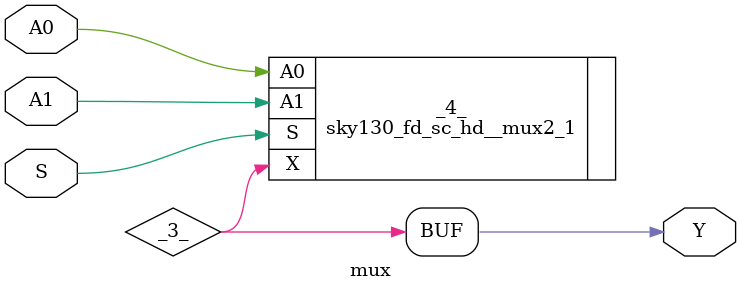
<source format=v>
/* Generated by Yosys 0.51 (git sha1 c4b5190229616f7ebf8197f43990b4429de3e420, g++ 11.4.0-1ubuntu1~22.04 -fPIC -O3) */

module bypass(A0, Y, B0, A1, B1, A2, B2, A3, B3);
  wire _00_;
  wire _01_;
  wire _02_;
  wire _03_;
  wire _04_;
  wire _05_;
  wire _06_;
  wire _07_;
  wire _08_;
  wire _09_;
  wire _10_;
  wire _11_;
  wire _12_;
  wire _13_;
  wire _14_;
  wire _15_;
  wire _16_;
  wire _17_;
  wire _18_;
  input A0;
  wire A0;
  input A1;
  wire A1;
  input A2;
  wire A2;
  input A3;
  wire A3;
  input B0;
  wire B0;
  input B1;
  wire B1;
  input B2;
  wire B2;
  input B3;
  wire B3;
  output Y;
  wire Y;
  sky130_fd_sc_hd__xnor2_1 _19_ (
    .A(_11_),
    .B(_07_),
    .Y(_15_)
  );
  sky130_fd_sc_hd__xnor2_1 _20_ (
    .A(_10_),
    .B(_06_),
    .Y(_16_)
  );
  sky130_fd_sc_hd__xnor2_1 _21_ (
    .A(_13_),
    .B(_09_),
    .Y(_17_)
  );
  sky130_fd_sc_hd__xnor2_1 _22_ (
    .A(_12_),
    .B(_08_),
    .Y(_18_)
  );
  sky130_fd_sc_hd__nor4_1 _23_ (
    .A(_15_),
    .B(_16_),
    .C(_17_),
    .D(_18_),
    .Y(_14_)
  );
  assign _10_ = B0;
  assign _06_ = A0;
  assign _11_ = B1;
  assign _07_ = A1;
  assign _12_ = B2;
  assign _08_ = A2;
  assign _13_ = B3;
  assign _09_ = A3;
  assign Y = _14_;
endmodule

module cba(S, Cout, Cin, A, B, clk);
  input [15:0] A;
  wire [15:0] A;
  wire A0;
  wire A1;
  wire A10;
  wire A11;
  wire A12;
  wire A13;
  wire A14;
  wire A15;
  wire A2;
  wire A3;
  wire A4;
  wire A5;
  wire A6;
  wire A7;
  wire A8;
  wire A9;
  wire [15:0] Aq;
  input [15:0] B;
  wire [15:0] B;
  wire B0;
  wire B1;
  wire B10;
  wire B11;
  wire B12;
  wire B13;
  wire B14;
  wire B15;
  wire B2;
  wire B3;
  wire B4;
  wire B5;
  wire B6;
  wire B7;
  wire B8;
  wire B9;
  wire [15:0] Bq;
  wire CO;
  input Cin;
  wire Cin;
  wire Cinq;
  output Cout;
  wire Cout;
  output [15:0] S;
  wire [15:0] S;
  wire S0;
  wire S1;
  wire S10;
  wire S11;
  wire S12;
  wire S13;
  wire S14;
  wire S15;
  wire S2;
  wire S3;
  wire S4;
  wire S5;
  wire S6;
  wire S7;
  wire S8;
  wire S9;
  wire [15:0] SO;
  input clk;
  wire clk;
  wire net1;
  wire net10;
  wire net11;
  wire net12;
  wire net13;
  wire net14;
  wire net15;
  wire net16;
  wire net17;
  wire net18;
  wire net19;
  wire net2;
  wire net20;
  wire net21;
  wire net22;
  wire net23;
  wire net3;
  wire net4;
  wire net5;
  wire net6;
  wire net7;
  wire net8;
  wire net9;
  sky130_fd_sc_hd__dfxtp_1 _00_ (
    .CLK(clk),
    .D(S0),
    .Q(S[0])
  );
  sky130_fd_sc_hd__dfxtp_1 _01_ (
    .CLK(clk),
    .D(S1),
    .Q(S[1])
  );
  sky130_fd_sc_hd__dfxtp_1 _02_ (
    .CLK(clk),
    .D(S2),
    .Q(S[2])
  );
  sky130_fd_sc_hd__dfxtp_1 _03_ (
    .CLK(clk),
    .D(S3),
    .Q(S[3])
  );
  sky130_fd_sc_hd__dfxtp_1 _04_ (
    .CLK(clk),
    .D(S4),
    .Q(S[4])
  );
  sky130_fd_sc_hd__dfxtp_1 _05_ (
    .CLK(clk),
    .D(S5),
    .Q(S[5])
  );
  sky130_fd_sc_hd__dfxtp_1 _06_ (
    .CLK(clk),
    .D(S6),
    .Q(S[6])
  );
  sky130_fd_sc_hd__dfxtp_1 _07_ (
    .CLK(clk),
    .D(S7),
    .Q(S[7])
  );
  sky130_fd_sc_hd__dfxtp_1 _08_ (
    .CLK(clk),
    .D(S8),
    .Q(S[8])
  );
  sky130_fd_sc_hd__dfxtp_1 _09_ (
    .CLK(clk),
    .D(S9),
    .Q(S[9])
  );
  sky130_fd_sc_hd__dfxtp_1 _10_ (
    .CLK(clk),
    .D(S10),
    .Q(S[10])
  );
  sky130_fd_sc_hd__dfxtp_1 _11_ (
    .CLK(clk),
    .D(S11),
    .Q(S[11])
  );
  sky130_fd_sc_hd__dfxtp_1 _12_ (
    .CLK(clk),
    .D(S12),
    .Q(S[12])
  );
  sky130_fd_sc_hd__dfxtp_1 _13_ (
    .CLK(clk),
    .D(S13),
    .Q(S[13])
  );
  sky130_fd_sc_hd__dfxtp_1 _14_ (
    .CLK(clk),
    .D(S14),
    .Q(S[14])
  );
  sky130_fd_sc_hd__dfxtp_1 _15_ (
    .CLK(clk),
    .D(S15),
    .Q(S[15])
  );
  sky130_fd_sc_hd__dfxtp_1 _16_ (
    .CLK(clk),
    .D(CO),
    .Q(Cout)
  );
  sky130_fd_sc_hd__dfxtp_1 _17_ (
    .CLK(clk),
    .D(A[0]),
    .Q(Aq[0])
  );
  sky130_fd_sc_hd__dfxtp_1 _18_ (
    .CLK(clk),
    .D(A[1]),
    .Q(Aq[1])
  );
  sky130_fd_sc_hd__dfxtp_1 _19_ (
    .CLK(clk),
    .D(A[2]),
    .Q(Aq[2])
  );
  sky130_fd_sc_hd__dfxtp_1 _20_ (
    .CLK(clk),
    .D(A[3]),
    .Q(Aq[3])
  );
  sky130_fd_sc_hd__dfxtp_1 _21_ (
    .CLK(clk),
    .D(A[4]),
    .Q(Aq[4])
  );
  sky130_fd_sc_hd__dfxtp_1 _22_ (
    .CLK(clk),
    .D(A[5]),
    .Q(Aq[5])
  );
  sky130_fd_sc_hd__dfxtp_1 _23_ (
    .CLK(clk),
    .D(A[6]),
    .Q(Aq[6])
  );
  sky130_fd_sc_hd__dfxtp_1 _24_ (
    .CLK(clk),
    .D(A[7]),
    .Q(Aq[7])
  );
  sky130_fd_sc_hd__dfxtp_1 _25_ (
    .CLK(clk),
    .D(A[8]),
    .Q(Aq[8])
  );
  sky130_fd_sc_hd__dfxtp_1 _26_ (
    .CLK(clk),
    .D(A[9]),
    .Q(Aq[9])
  );
  sky130_fd_sc_hd__dfxtp_1 _27_ (
    .CLK(clk),
    .D(A[10]),
    .Q(Aq[10])
  );
  sky130_fd_sc_hd__dfxtp_1 _28_ (
    .CLK(clk),
    .D(A[11]),
    .Q(Aq[11])
  );
  sky130_fd_sc_hd__dfxtp_1 _29_ (
    .CLK(clk),
    .D(A[12]),
    .Q(Aq[12])
  );
  sky130_fd_sc_hd__dfxtp_1 _30_ (
    .CLK(clk),
    .D(A[13]),
    .Q(Aq[13])
  );
  sky130_fd_sc_hd__dfxtp_1 _31_ (
    .CLK(clk),
    .D(A[14]),
    .Q(Aq[14])
  );
  sky130_fd_sc_hd__dfxtp_1 _32_ (
    .CLK(clk),
    .D(A[15]),
    .Q(Aq[15])
  );
  sky130_fd_sc_hd__dfxtp_1 _33_ (
    .CLK(clk),
    .D(B[0]),
    .Q(Bq[0])
  );
  sky130_fd_sc_hd__dfxtp_1 _34_ (
    .CLK(clk),
    .D(B[1]),
    .Q(Bq[1])
  );
  sky130_fd_sc_hd__dfxtp_1 _35_ (
    .CLK(clk),
    .D(B[2]),
    .Q(Bq[2])
  );
  sky130_fd_sc_hd__dfxtp_1 _36_ (
    .CLK(clk),
    .D(B[3]),
    .Q(Bq[3])
  );
  sky130_fd_sc_hd__dfxtp_1 _37_ (
    .CLK(clk),
    .D(B[4]),
    .Q(Bq[4])
  );
  sky130_fd_sc_hd__dfxtp_1 _38_ (
    .CLK(clk),
    .D(B[5]),
    .Q(Bq[5])
  );
  sky130_fd_sc_hd__dfxtp_1 _39_ (
    .CLK(clk),
    .D(B[6]),
    .Q(Bq[6])
  );
  sky130_fd_sc_hd__dfxtp_1 _40_ (
    .CLK(clk),
    .D(B[7]),
    .Q(Bq[7])
  );
  sky130_fd_sc_hd__dfxtp_1 _41_ (
    .CLK(clk),
    .D(B[8]),
    .Q(Bq[8])
  );
  sky130_fd_sc_hd__dfxtp_1 _42_ (
    .CLK(clk),
    .D(B[9]),
    .Q(Bq[9])
  );
  sky130_fd_sc_hd__dfxtp_1 _43_ (
    .CLK(clk),
    .D(B[10]),
    .Q(Bq[10])
  );
  sky130_fd_sc_hd__dfxtp_1 _44_ (
    .CLK(clk),
    .D(B[11]),
    .Q(Bq[11])
  );
  sky130_fd_sc_hd__dfxtp_1 _45_ (
    .CLK(clk),
    .D(B[12]),
    .Q(Bq[12])
  );
  sky130_fd_sc_hd__dfxtp_1 _46_ (
    .CLK(clk),
    .D(B[13]),
    .Q(Bq[13])
  );
  sky130_fd_sc_hd__dfxtp_1 _47_ (
    .CLK(clk),
    .D(B[14]),
    .Q(Bq[14])
  );
  sky130_fd_sc_hd__dfxtp_1 _48_ (
    .CLK(clk),
    .D(B[15]),
    .Q(Bq[15])
  );
  sky130_fd_sc_hd__dfxtp_1 _49_ (
    .CLK(clk),
    .D(Cin),
    .Q(Cinq)
  );
  fa x1 (
    .A(Bq[0]),
    .B(Aq[0]),
    .Cin(Cinq),
    .Cout(net1),
    .S(S0)
  );
  fa x10 (
    .A(Bq[7]),
    .B(Aq[7]),
    .Cin(net7),
    .Cout(net9),
    .S(S7)
  );
  mux x11 (
    .A0(net9),
    .A1(net10),
    .S(net11),
    .Y(net16)
  );
  bypass x12 (
    .A0(Aq[4]),
    .A1(Aq[5]),
    .A2(Aq[6]),
    .A3(Aq[7]),
    .B0(Bq[4]),
    .B1(Bq[5]),
    .B2(Bq[6]),
    .B3(Bq[7]),
    .Y(net11)
  );
  fa x13 (
    .A(Bq[8]),
    .B(Aq[8]),
    .Cin(net16),
    .Cout(net12),
    .S(S8)
  );
  fa x14 (
    .A(Bq[9]),
    .B(Aq[9]),
    .Cin(net12),
    .Cout(net14),
    .S(S9)
  );
  fa x15 (
    .A(Bq[10]),
    .B(Aq[10]),
    .Cin(net14),
    .Cout(net13),
    .S(S10)
  );
  fa x16 (
    .A(Bq[11]),
    .B(Aq[11]),
    .Cin(net13),
    .Cout(net15),
    .S(S11)
  );
  mux x17 (
    .A0(net15),
    .A1(net16),
    .S(net17),
    .Y(net22)
  );
  bypass x18 (
    .A0(Aq[8]),
    .A1(Aq[9]),
    .A2(Aq[10]),
    .A3(Aq[11]),
    .B0(Bq[8]),
    .B1(Bq[9]),
    .B2(Bq[10]),
    .B3(Bq[11]),
    .Y(net17)
  );
  fa x19 (
    .A(Bq[12]),
    .B(Aq[12]),
    .Cin(net22),
    .Cout(net18),
    .S(S12)
  );
  fa x2 (
    .A(Bq[1]),
    .B(Aq[1]),
    .Cin(net1),
    .Cout(net3),
    .S(S1)
  );
  fa x20 (
    .A(Bq[13]),
    .B(Aq[13]),
    .Cin(net18),
    .Cout(net20),
    .S(S13)
  );
  fa x21 (
    .A(Bq[14]),
    .B(Aq[14]),
    .Cin(net20),
    .Cout(net19),
    .S(S14)
  );
  fa x22 (
    .A(Bq[15]),
    .B(Aq[15]),
    .Cin(net19),
    .Cout(net21),
    .S(S15)
  );
  mux x23 (
    .A0(net21),
    .A1(net22),
    .S(net23),
    .Y(CO)
  );
  bypass x24 (
    .A0(Aq[12]),
    .A1(Aq[13]),
    .A2(Aq[14]),
    .A3(Aq[15]),
    .B0(Bq[12]),
    .B1(Bq[13]),
    .B2(Bq[14]),
    .B3(Bq[15]),
    .Y(net23)
  );
  fa x3 (
    .A(Bq[2]),
    .B(Aq[2]),
    .Cin(net3),
    .Cout(net2),
    .S(S2)
  );
  fa x4 (
    .A(Bq[3]),
    .B(Aq[3]),
    .Cin(net2),
    .Cout(net4),
    .S(S3)
  );
  mux x5 (
    .A0(net4),
    .A1(Cinq),
    .S(net5),
    .Y(net10)
  );
  bypass x6 (
    .A0(Aq[0]),
    .A1(Aq[1]),
    .A2(Aq[2]),
    .A3(Aq[3]),
    .B0(Bq[0]),
    .B1(Bq[1]),
    .B2(Bq[2]),
    .B3(Bq[3]),
    .Y(net5)
  );
  fa x7 (
    .A(Bq[4]),
    .B(Aq[4]),
    .Cin(net10),
    .Cout(net6),
    .S(S4)
  );
  fa x8 (
    .A(Bq[5]),
    .B(Aq[5]),
    .Cin(net6),
    .Cout(net8),
    .S(S5)
  );
  fa x9 (
    .A(Bq[6]),
    .B(Aq[6]),
    .Cin(net8),
    .Cout(net7),
    .S(S6)
  );
  assign A0 = Aq[0];
  assign A1 = Aq[1];
  assign A10 = Aq[10];
  assign A11 = Aq[11];
  assign A12 = Aq[12];
  assign A13 = Aq[13];
  assign A14 = Aq[14];
  assign A15 = Aq[15];
  assign A2 = Aq[2];
  assign A3 = Aq[3];
  assign A4 = Aq[4];
  assign A5 = Aq[5];
  assign A6 = Aq[6];
  assign A7 = Aq[7];
  assign A8 = Aq[8];
  assign A9 = Aq[9];
  assign B0 = Bq[0];
  assign B1 = Bq[1];
  assign B10 = Bq[10];
  assign B11 = Bq[11];
  assign B12 = Bq[12];
  assign B13 = Bq[13];
  assign B14 = Bq[14];
  assign B15 = Bq[15];
  assign B2 = Bq[2];
  assign B3 = Bq[3];
  assign B4 = Bq[4];
  assign B5 = Bq[5];
  assign B6 = Bq[6];
  assign B7 = Bq[7];
  assign B8 = Bq[8];
  assign B9 = Bq[9];
  assign SO = { S15, S14, S13, S12, S11, S10, S9, S8, S7, S6, S5, S4, S3, S2, S1, S0 };
endmodule

module fa(S, A, B, Cout, Cin);
  wire _00_;
  wire _01_;
  wire _02_;
  wire _03_;
  wire _04_;
  wire _05_;
  wire _06_;
  wire _07_;
  wire _08_;
  wire _09_;
  input A;
  wire A;
  input B;
  wire B;
  input Cin;
  wire Cin;
  output Cout;
  wire Cout;
  output S;
  wire S;
  sky130_fd_sc_hd__maj3_1 _10_ (
    .A(_06_),
    .B(_05_),
    .C(_07_),
    .X(_08_)
  );
  sky130_fd_sc_hd__xor3_1 _11_ (
    .A(_06_),
    .B(_05_),
    .C(_07_),
    .X(_09_)
  );
  assign _06_ = B;
  assign _05_ = A;
  assign _07_ = Cin;
  assign S = _09_;
  assign Cout = _08_;
endmodule

module mux(A0, Y, A1, S);
  wire _0_;
  wire _1_;
  wire _2_;
  wire _3_;
  input A0;
  wire A0;
  input A1;
  wire A1;
  input S;
  wire S;
  output Y;
  wire Y;
  sky130_fd_sc_hd__mux2_1 _4_ (
    .A0(_0_),
    .A1(_1_),
    .S(_2_),
    .X(_3_)
  );
  assign _0_ = A0;
  assign _1_ = A1;
  assign _2_ = S;
  assign Y = _3_;
endmodule

</source>
